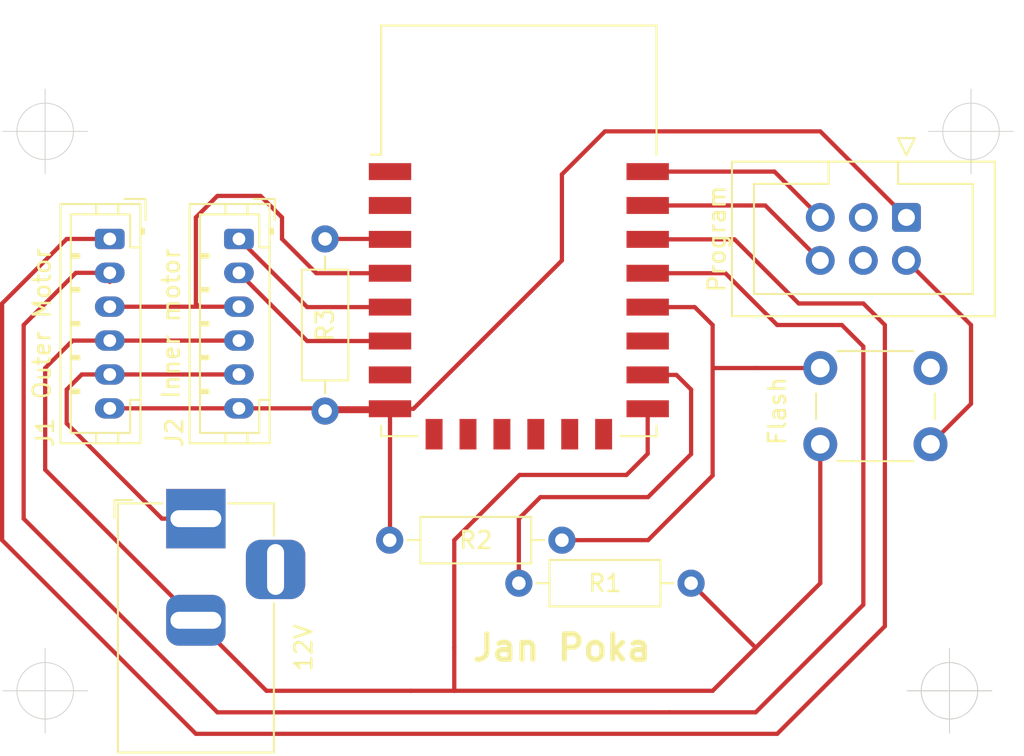
<source format=kicad_pcb>
(kicad_pcb (version 20171130) (host pcbnew "(5.1.9-0-10_14)")

  (general
    (thickness 1.6)
    (drawings 6)
    (tracks 106)
    (zones 0)
    (modules 9)
    (nets 26)
  )

  (page A4)
  (layers
    (0 F.Cu signal)
    (31 B.Cu signal)
    (32 B.Adhes user)
    (33 F.Adhes user)
    (34 B.Paste user)
    (35 F.Paste user)
    (36 B.SilkS user)
    (37 F.SilkS user)
    (38 B.Mask user)
    (39 F.Mask user)
    (40 Dwgs.User user)
    (41 Cmts.User user)
    (42 Eco1.User user)
    (43 Eco2.User user)
    (44 Edge.Cuts user)
    (45 Margin user)
    (46 B.CrtYd user)
    (47 F.CrtYd user)
    (48 B.Fab user)
    (49 F.Fab user)
  )

  (setup
    (last_trace_width 0.25)
    (trace_clearance 0.2)
    (zone_clearance 0.508)
    (zone_45_only no)
    (trace_min 0.2)
    (via_size 0.8)
    (via_drill 0.4)
    (via_min_size 0.4)
    (via_min_drill 0.3)
    (uvia_size 0.3)
    (uvia_drill 0.1)
    (uvias_allowed no)
    (uvia_min_size 0.2)
    (uvia_min_drill 0.1)
    (edge_width 0.05)
    (segment_width 0.2)
    (pcb_text_width 0.3)
    (pcb_text_size 1.5 1.5)
    (mod_edge_width 0.12)
    (mod_text_size 1 1)
    (mod_text_width 0.15)
    (pad_size 1.524 1.524)
    (pad_drill 0.762)
    (pad_to_mask_clearance 0)
    (aux_axis_origin 0 0)
    (visible_elements FFFFF77F)
    (pcbplotparams
      (layerselection 0x010fc_ffffffff)
      (usegerberextensions false)
      (usegerberattributes true)
      (usegerberadvancedattributes true)
      (creategerberjobfile true)
      (excludeedgelayer true)
      (linewidth 0.100000)
      (plotframeref false)
      (viasonmask false)
      (mode 1)
      (useauxorigin false)
      (hpglpennumber 1)
      (hpglpenspeed 20)
      (hpglpendiameter 15.000000)
      (psnegative false)
      (psa4output false)
      (plotreference true)
      (plotvalue true)
      (plotinvisibletext false)
      (padsonsilk false)
      (subtractmaskfromsilk false)
      (outputformat 1)
      (mirror false)
      (drillshape 1)
      (scaleselection 1)
      (outputdirectory ""))
  )

  (net 0 "")
  (net 1 GND)
  (net 2 "Net-(DC1-Pad1)")
  (net 3 +3V3)
  (net 4 "Net-(J1-Pad3)")
  (net 5 "Net-(J1-Pad2)")
  (net 6 "Net-(J1-Pad1)")
  (net 7 "Net-(J2-Pad2)")
  (net 8 "Net-(J2-Pad1)")
  (net 9 "Net-(J3-Pad6)")
  (net 10 "Net-(J3-Pad4)")
  (net 11 "Net-(J3-Pad5)")
  (net 12 "Net-(J3-Pad3)")
  (net 13 "Net-(R1-Pad2)")
  (net 14 "Net-(R2-Pad1)")
  (net 15 "Net-(R3-Pad1)")
  (net 16 "Net-(U1-Pad17)")
  (net 17 "Net-(U1-Pad14)")
  (net 18 "Net-(U1-Pad13)")
  (net 19 "Net-(U1-Pad12)")
  (net 20 "Net-(U1-Pad11)")
  (net 21 "Net-(U1-Pad10)")
  (net 22 "Net-(U1-Pad9)")
  (net 23 "Net-(U1-Pad7)")
  (net 24 "Net-(U1-Pad2)")
  (net 25 "Net-(U1-Pad1)")

  (net_class Default "This is the default net class."
    (clearance 0.2)
    (trace_width 0.25)
    (via_dia 0.8)
    (via_drill 0.4)
    (uvia_dia 0.3)
    (uvia_drill 0.1)
    (add_net +3V3)
    (add_net GND)
    (add_net "Net-(DC1-Pad1)")
    (add_net "Net-(J1-Pad1)")
    (add_net "Net-(J1-Pad2)")
    (add_net "Net-(J1-Pad3)")
    (add_net "Net-(J2-Pad1)")
    (add_net "Net-(J2-Pad2)")
    (add_net "Net-(J3-Pad3)")
    (add_net "Net-(J3-Pad4)")
    (add_net "Net-(J3-Pad5)")
    (add_net "Net-(J3-Pad6)")
    (add_net "Net-(R1-Pad2)")
    (add_net "Net-(R2-Pad1)")
    (add_net "Net-(R3-Pad1)")
    (add_net "Net-(U1-Pad1)")
    (add_net "Net-(U1-Pad10)")
    (add_net "Net-(U1-Pad11)")
    (add_net "Net-(U1-Pad12)")
    (add_net "Net-(U1-Pad13)")
    (add_net "Net-(U1-Pad14)")
    (add_net "Net-(U1-Pad17)")
    (add_net "Net-(U1-Pad2)")
    (add_net "Net-(U1-Pad7)")
    (add_net "Net-(U1-Pad9)")
  )

  (module Resistor_THT:R_Axial_DIN0207_L6.3mm_D2.5mm_P10.16mm_Horizontal (layer F.Cu) (tedit 5AE5139B) (tstamp 60797344)
    (at 200.66 16.51 270)
    (descr "Resistor, Axial_DIN0207 series, Axial, Horizontal, pin pitch=10.16mm, 0.25W = 1/4W, length*diameter=6.3*2.5mm^2, http://cdn-reichelt.de/documents/datenblatt/B400/1_4W%23YAG.pdf")
    (tags "Resistor Axial_DIN0207 series Axial Horizontal pin pitch 10.16mm 0.25W = 1/4W length 6.3mm diameter 2.5mm")
    (path /607E2B45)
    (fp_text reference R3 (at 5.08 0 90) (layer F.SilkS)
      (effects (font (size 1 1) (thickness 0.15)))
    )
    (fp_text value 10k (at 5.08 2.37 90) (layer F.Fab)
      (effects (font (size 1 1) (thickness 0.15)))
    )
    (fp_text user %R (at 5.08 0 90) (layer F.Fab)
      (effects (font (size 1 1) (thickness 0.15)))
    )
    (fp_line (start 1.93 -1.25) (end 1.93 1.25) (layer F.Fab) (width 0.1))
    (fp_line (start 1.93 1.25) (end 8.23 1.25) (layer F.Fab) (width 0.1))
    (fp_line (start 8.23 1.25) (end 8.23 -1.25) (layer F.Fab) (width 0.1))
    (fp_line (start 8.23 -1.25) (end 1.93 -1.25) (layer F.Fab) (width 0.1))
    (fp_line (start 0 0) (end 1.93 0) (layer F.Fab) (width 0.1))
    (fp_line (start 10.16 0) (end 8.23 0) (layer F.Fab) (width 0.1))
    (fp_line (start 1.81 -1.37) (end 1.81 1.37) (layer F.SilkS) (width 0.12))
    (fp_line (start 1.81 1.37) (end 8.35 1.37) (layer F.SilkS) (width 0.12))
    (fp_line (start 8.35 1.37) (end 8.35 -1.37) (layer F.SilkS) (width 0.12))
    (fp_line (start 8.35 -1.37) (end 1.81 -1.37) (layer F.SilkS) (width 0.12))
    (fp_line (start 1.04 0) (end 1.81 0) (layer F.SilkS) (width 0.12))
    (fp_line (start 9.12 0) (end 8.35 0) (layer F.SilkS) (width 0.12))
    (fp_line (start -1.05 -1.5) (end -1.05 1.5) (layer F.CrtYd) (width 0.05))
    (fp_line (start -1.05 1.5) (end 11.21 1.5) (layer F.CrtYd) (width 0.05))
    (fp_line (start 11.21 1.5) (end 11.21 -1.5) (layer F.CrtYd) (width 0.05))
    (fp_line (start 11.21 -1.5) (end -1.05 -1.5) (layer F.CrtYd) (width 0.05))
    (pad 2 thru_hole oval (at 10.16 0 270) (size 1.6 1.6) (drill 0.8) (layers *.Cu *.Mask)
      (net 3 +3V3))
    (pad 1 thru_hole circle (at 0 0 270) (size 1.6 1.6) (drill 0.8) (layers *.Cu *.Mask)
      (net 15 "Net-(R3-Pad1)"))
    (model ${KISYS3DMOD}/Resistor_THT.3dshapes/R_Axial_DIN0207_L6.3mm_D2.5mm_P10.16mm_Horizontal.wrl
      (at (xyz 0 0 0))
      (scale (xyz 1 1 1))
      (rotate (xyz 0 0 0))
    )
  )

  (module Connector_IDC:IDC-Header_2x03_P2.54mm_Vertical (layer F.Cu) (tedit 5EAC9A07) (tstamp 607972FF)
    (at 234.95 15.24 270)
    (descr "Through hole IDC box header, 2x03, 2.54mm pitch, DIN 41651 / IEC 60603-13, double rows, https://docs.google.com/spreadsheets/d/16SsEcesNF15N3Lb4niX7dcUr-NY5_MFPQhobNuNppn4/edit#gid=0")
    (tags "Through hole vertical IDC box header THT 2x03 2.54mm double row")
    (path /607C5FEF)
    (fp_text reference J3 (at 1.27 -6.1 90) (layer F.Fab)
      (effects (font (size 1 1) (thickness 0.15)))
    )
    (fp_text value Program (at 1.27 11.18 90) (layer F.SilkS)
      (effects (font (size 1 1) (thickness 0.15)))
    )
    (fp_text user %R (at 1.27 2.54) (layer F.Fab)
      (effects (font (size 1 1) (thickness 0.15)))
    )
    (fp_line (start -3.18 -4.1) (end -2.18 -5.1) (layer F.Fab) (width 0.1))
    (fp_line (start -2.18 -5.1) (end 5.72 -5.1) (layer F.Fab) (width 0.1))
    (fp_line (start 5.72 -5.1) (end 5.72 10.18) (layer F.Fab) (width 0.1))
    (fp_line (start 5.72 10.18) (end -3.18 10.18) (layer F.Fab) (width 0.1))
    (fp_line (start -3.18 10.18) (end -3.18 -4.1) (layer F.Fab) (width 0.1))
    (fp_line (start -3.18 0.49) (end -1.98 0.49) (layer F.Fab) (width 0.1))
    (fp_line (start -1.98 0.49) (end -1.98 -3.91) (layer F.Fab) (width 0.1))
    (fp_line (start -1.98 -3.91) (end 4.52 -3.91) (layer F.Fab) (width 0.1))
    (fp_line (start 4.52 -3.91) (end 4.52 8.99) (layer F.Fab) (width 0.1))
    (fp_line (start 4.52 8.99) (end -1.98 8.99) (layer F.Fab) (width 0.1))
    (fp_line (start -1.98 8.99) (end -1.98 4.59) (layer F.Fab) (width 0.1))
    (fp_line (start -1.98 4.59) (end -1.98 4.59) (layer F.Fab) (width 0.1))
    (fp_line (start -1.98 4.59) (end -3.18 4.59) (layer F.Fab) (width 0.1))
    (fp_line (start -3.29 -5.21) (end 5.83 -5.21) (layer F.SilkS) (width 0.12))
    (fp_line (start 5.83 -5.21) (end 5.83 10.29) (layer F.SilkS) (width 0.12))
    (fp_line (start 5.83 10.29) (end -3.29 10.29) (layer F.SilkS) (width 0.12))
    (fp_line (start -3.29 10.29) (end -3.29 -5.21) (layer F.SilkS) (width 0.12))
    (fp_line (start -3.29 0.49) (end -1.98 0.49) (layer F.SilkS) (width 0.12))
    (fp_line (start -1.98 0.49) (end -1.98 -3.91) (layer F.SilkS) (width 0.12))
    (fp_line (start -1.98 -3.91) (end 4.52 -3.91) (layer F.SilkS) (width 0.12))
    (fp_line (start 4.52 -3.91) (end 4.52 8.99) (layer F.SilkS) (width 0.12))
    (fp_line (start 4.52 8.99) (end -1.98 8.99) (layer F.SilkS) (width 0.12))
    (fp_line (start -1.98 8.99) (end -1.98 4.59) (layer F.SilkS) (width 0.12))
    (fp_line (start -1.98 4.59) (end -1.98 4.59) (layer F.SilkS) (width 0.12))
    (fp_line (start -1.98 4.59) (end -3.29 4.59) (layer F.SilkS) (width 0.12))
    (fp_line (start -3.68 0) (end -4.68 -0.5) (layer F.SilkS) (width 0.12))
    (fp_line (start -4.68 -0.5) (end -4.68 0.5) (layer F.SilkS) (width 0.12))
    (fp_line (start -4.68 0.5) (end -3.68 0) (layer F.SilkS) (width 0.12))
    (fp_line (start -3.68 -5.6) (end -3.68 10.69) (layer F.CrtYd) (width 0.05))
    (fp_line (start -3.68 10.69) (end 6.22 10.69) (layer F.CrtYd) (width 0.05))
    (fp_line (start 6.22 10.69) (end 6.22 -5.6) (layer F.CrtYd) (width 0.05))
    (fp_line (start 6.22 -5.6) (end -3.68 -5.6) (layer F.CrtYd) (width 0.05))
    (pad 6 thru_hole circle (at 2.54 5.08 270) (size 1.7 1.7) (drill 1) (layers *.Cu *.Mask)
      (net 9 "Net-(J3-Pad6)"))
    (pad 4 thru_hole circle (at 2.54 2.54 270) (size 1.7 1.7) (drill 1) (layers *.Cu *.Mask)
      (net 10 "Net-(J3-Pad4)"))
    (pad 2 thru_hole circle (at 2.54 0 270) (size 1.7 1.7) (drill 1) (layers *.Cu *.Mask)
      (net 1 GND))
    (pad 5 thru_hole circle (at 0 5.08 270) (size 1.7 1.7) (drill 1) (layers *.Cu *.Mask)
      (net 11 "Net-(J3-Pad5)"))
    (pad 3 thru_hole circle (at 0 2.54 270) (size 1.7 1.7) (drill 1) (layers *.Cu *.Mask)
      (net 12 "Net-(J3-Pad3)"))
    (pad 1 thru_hole roundrect (at 0 0 270) (size 1.7 1.7) (drill 1) (layers *.Cu *.Mask) (roundrect_rratio 0.147059)
      (net 3 +3V3))
    (model ${KISYS3DMOD}/Connector_IDC.3dshapes/IDC-Header_2x03_P2.54mm_Vertical.wrl
      (at (xyz 0 0 0))
      (scale (xyz 1 1 1))
      (rotate (xyz 0 0 0))
    )
  )

  (module Connector_JST:JST_PH_B6B-PH-K_1x06_P2.00mm_Vertical (layer F.Cu) (tedit 5B7745C2) (tstamp 6079852B)
    (at 195.58 16.51 270)
    (descr "JST PH series connector, B6B-PH-K (http://www.jst-mfg.com/product/pdf/eng/ePH.pdf), generated with kicad-footprint-generator")
    (tags "connector JST PH side entry")
    (path /6078D4A5)
    (fp_text reference J2 (at 11.43 3.81 90) (layer F.SilkS)
      (effects (font (size 1 1) (thickness 0.15)))
    )
    (fp_text value "Inner motor" (at 5 4 90) (layer F.SilkS)
      (effects (font (size 1 1) (thickness 0.15)))
    )
    (fp_text user %R (at 11.43 3.81 90) (layer F.Fab)
      (effects (font (size 1 1) (thickness 0.15)))
    )
    (fp_line (start -2.06 -1.81) (end -2.06 2.91) (layer F.SilkS) (width 0.12))
    (fp_line (start -2.06 2.91) (end 12.06 2.91) (layer F.SilkS) (width 0.12))
    (fp_line (start 12.06 2.91) (end 12.06 -1.81) (layer F.SilkS) (width 0.12))
    (fp_line (start 12.06 -1.81) (end -2.06 -1.81) (layer F.SilkS) (width 0.12))
    (fp_line (start -0.3 -1.81) (end -0.3 -2.01) (layer F.SilkS) (width 0.12))
    (fp_line (start -0.3 -2.01) (end -0.6 -2.01) (layer F.SilkS) (width 0.12))
    (fp_line (start -0.6 -2.01) (end -0.6 -1.81) (layer F.SilkS) (width 0.12))
    (fp_line (start -0.3 -1.91) (end -0.6 -1.91) (layer F.SilkS) (width 0.12))
    (fp_line (start 0.5 -1.81) (end 0.5 -1.2) (layer F.SilkS) (width 0.12))
    (fp_line (start 0.5 -1.2) (end -1.45 -1.2) (layer F.SilkS) (width 0.12))
    (fp_line (start -1.45 -1.2) (end -1.45 2.3) (layer F.SilkS) (width 0.12))
    (fp_line (start -1.45 2.3) (end 11.45 2.3) (layer F.SilkS) (width 0.12))
    (fp_line (start 11.45 2.3) (end 11.45 -1.2) (layer F.SilkS) (width 0.12))
    (fp_line (start 11.45 -1.2) (end 9.5 -1.2) (layer F.SilkS) (width 0.12))
    (fp_line (start 9.5 -1.2) (end 9.5 -1.81) (layer F.SilkS) (width 0.12))
    (fp_line (start -2.06 -0.5) (end -1.45 -0.5) (layer F.SilkS) (width 0.12))
    (fp_line (start -2.06 0.8) (end -1.45 0.8) (layer F.SilkS) (width 0.12))
    (fp_line (start 12.06 -0.5) (end 11.45 -0.5) (layer F.SilkS) (width 0.12))
    (fp_line (start 12.06 0.8) (end 11.45 0.8) (layer F.SilkS) (width 0.12))
    (fp_line (start 0.9 2.3) (end 0.9 1.8) (layer F.SilkS) (width 0.12))
    (fp_line (start 0.9 1.8) (end 1.1 1.8) (layer F.SilkS) (width 0.12))
    (fp_line (start 1.1 1.8) (end 1.1 2.3) (layer F.SilkS) (width 0.12))
    (fp_line (start 1 2.3) (end 1 1.8) (layer F.SilkS) (width 0.12))
    (fp_line (start 2.9 2.3) (end 2.9 1.8) (layer F.SilkS) (width 0.12))
    (fp_line (start 2.9 1.8) (end 3.1 1.8) (layer F.SilkS) (width 0.12))
    (fp_line (start 3.1 1.8) (end 3.1 2.3) (layer F.SilkS) (width 0.12))
    (fp_line (start 3 2.3) (end 3 1.8) (layer F.SilkS) (width 0.12))
    (fp_line (start 4.9 2.3) (end 4.9 1.8) (layer F.SilkS) (width 0.12))
    (fp_line (start 4.9 1.8) (end 5.1 1.8) (layer F.SilkS) (width 0.12))
    (fp_line (start 5.1 1.8) (end 5.1 2.3) (layer F.SilkS) (width 0.12))
    (fp_line (start 5 2.3) (end 5 1.8) (layer F.SilkS) (width 0.12))
    (fp_line (start 6.9 2.3) (end 6.9 1.8) (layer F.SilkS) (width 0.12))
    (fp_line (start 6.9 1.8) (end 7.1 1.8) (layer F.SilkS) (width 0.12))
    (fp_line (start 7.1 1.8) (end 7.1 2.3) (layer F.SilkS) (width 0.12))
    (fp_line (start 7 2.3) (end 7 1.8) (layer F.SilkS) (width 0.12))
    (fp_line (start 8.9 2.3) (end 8.9 1.8) (layer F.SilkS) (width 0.12))
    (fp_line (start 8.9 1.8) (end 9.1 1.8) (layer F.SilkS) (width 0.12))
    (fp_line (start 9.1 1.8) (end 9.1 2.3) (layer F.SilkS) (width 0.12))
    (fp_line (start 9 2.3) (end 9 1.8) (layer F.SilkS) (width 0.12))
    (fp_line (start -1.11 -2.11) (end -2.36 -2.11) (layer F.SilkS) (width 0.12))
    (fp_line (start -2.36 -2.11) (end -2.36 -0.86) (layer F.SilkS) (width 0.12))
    (fp_line (start -1.11 -2.11) (end -2.36 -2.11) (layer F.Fab) (width 0.1))
    (fp_line (start -2.36 -2.11) (end -2.36 -0.86) (layer F.Fab) (width 0.1))
    (fp_line (start -1.95 -1.7) (end -1.95 2.8) (layer F.Fab) (width 0.1))
    (fp_line (start -1.95 2.8) (end 11.95 2.8) (layer F.Fab) (width 0.1))
    (fp_line (start 11.95 2.8) (end 11.95 -1.7) (layer F.Fab) (width 0.1))
    (fp_line (start 11.95 -1.7) (end -1.95 -1.7) (layer F.Fab) (width 0.1))
    (fp_line (start -2.45 -2.2) (end -2.45 3.3) (layer F.CrtYd) (width 0.05))
    (fp_line (start -2.45 3.3) (end 12.45 3.3) (layer F.CrtYd) (width 0.05))
    (fp_line (start 12.45 3.3) (end 12.45 -2.2) (layer F.CrtYd) (width 0.05))
    (fp_line (start 12.45 -2.2) (end -2.45 -2.2) (layer F.CrtYd) (width 0.05))
    (pad 6 thru_hole oval (at 10 0 270) (size 1.2 1.75) (drill 0.75) (layers *.Cu *.Mask)
      (net 3 +3V3))
    (pad 5 thru_hole oval (at 8 0 270) (size 1.2 1.75) (drill 0.75) (layers *.Cu *.Mask)
      (net 2 "Net-(DC1-Pad1)"))
    (pad 4 thru_hole oval (at 6 0 270) (size 1.2 1.75) (drill 0.75) (layers *.Cu *.Mask)
      (net 1 GND))
    (pad 3 thru_hole oval (at 4 0 270) (size 1.2 1.75) (drill 0.75) (layers *.Cu *.Mask)
      (net 4 "Net-(J1-Pad3)"))
    (pad 2 thru_hole oval (at 2 0 270) (size 1.2 1.75) (drill 0.75) (layers *.Cu *.Mask)
      (net 7 "Net-(J2-Pad2)"))
    (pad 1 thru_hole roundrect (at 0 0 270) (size 1.2 1.75) (drill 0.75) (layers *.Cu *.Mask) (roundrect_rratio 0.208333)
      (net 8 "Net-(J2-Pad1)"))
    (model ${KISYS3DMOD}/Connector_JST.3dshapes/JST_PH_B6B-PH-K_1x06_P2.00mm_Vertical.wrl
      (at (xyz 0 0 0))
      (scale (xyz 1 1 1))
      (rotate (xyz 0 0 0))
    )
  )

  (module Connector_JST:JST_PH_B6B-PH-K_1x06_P2.00mm_Vertical (layer F.Cu) (tedit 5B7745C2) (tstamp 607984ED)
    (at 187.96 16.51 270)
    (descr "JST PH series connector, B6B-PH-K (http://www.jst-mfg.com/product/pdf/eng/ePH.pdf), generated with kicad-footprint-generator")
    (tags "connector JST PH side entry")
    (path /6078C1DC)
    (fp_text reference J1 (at 11.43 3.81 90) (layer F.SilkS)
      (effects (font (size 1 1) (thickness 0.15)))
    )
    (fp_text value "Outer Motor" (at 5 4 90) (layer F.SilkS)
      (effects (font (size 1 1) (thickness 0.15)))
    )
    (fp_text user %R (at 11.43 3.81 90) (layer F.Fab)
      (effects (font (size 1 1) (thickness 0.15)))
    )
    (fp_line (start -2.06 -1.81) (end -2.06 2.91) (layer F.SilkS) (width 0.12))
    (fp_line (start -2.06 2.91) (end 12.06 2.91) (layer F.SilkS) (width 0.12))
    (fp_line (start 12.06 2.91) (end 12.06 -1.81) (layer F.SilkS) (width 0.12))
    (fp_line (start 12.06 -1.81) (end -2.06 -1.81) (layer F.SilkS) (width 0.12))
    (fp_line (start -0.3 -1.81) (end -0.3 -2.01) (layer F.SilkS) (width 0.12))
    (fp_line (start -0.3 -2.01) (end -0.6 -2.01) (layer F.SilkS) (width 0.12))
    (fp_line (start -0.6 -2.01) (end -0.6 -1.81) (layer F.SilkS) (width 0.12))
    (fp_line (start -0.3 -1.91) (end -0.6 -1.91) (layer F.SilkS) (width 0.12))
    (fp_line (start 0.5 -1.81) (end 0.5 -1.2) (layer F.SilkS) (width 0.12))
    (fp_line (start 0.5 -1.2) (end -1.45 -1.2) (layer F.SilkS) (width 0.12))
    (fp_line (start -1.45 -1.2) (end -1.45 2.3) (layer F.SilkS) (width 0.12))
    (fp_line (start -1.45 2.3) (end 11.45 2.3) (layer F.SilkS) (width 0.12))
    (fp_line (start 11.45 2.3) (end 11.45 -1.2) (layer F.SilkS) (width 0.12))
    (fp_line (start 11.45 -1.2) (end 9.5 -1.2) (layer F.SilkS) (width 0.12))
    (fp_line (start 9.5 -1.2) (end 9.5 -1.81) (layer F.SilkS) (width 0.12))
    (fp_line (start -2.06 -0.5) (end -1.45 -0.5) (layer F.SilkS) (width 0.12))
    (fp_line (start -2.06 0.8) (end -1.45 0.8) (layer F.SilkS) (width 0.12))
    (fp_line (start 12.06 -0.5) (end 11.45 -0.5) (layer F.SilkS) (width 0.12))
    (fp_line (start 12.06 0.8) (end 11.45 0.8) (layer F.SilkS) (width 0.12))
    (fp_line (start 0.9 2.3) (end 0.9 1.8) (layer F.SilkS) (width 0.12))
    (fp_line (start 0.9 1.8) (end 1.1 1.8) (layer F.SilkS) (width 0.12))
    (fp_line (start 1.1 1.8) (end 1.1 2.3) (layer F.SilkS) (width 0.12))
    (fp_line (start 1 2.3) (end 1 1.8) (layer F.SilkS) (width 0.12))
    (fp_line (start 2.9 2.3) (end 2.9 1.8) (layer F.SilkS) (width 0.12))
    (fp_line (start 2.9 1.8) (end 3.1 1.8) (layer F.SilkS) (width 0.12))
    (fp_line (start 3.1 1.8) (end 3.1 2.3) (layer F.SilkS) (width 0.12))
    (fp_line (start 3 2.3) (end 3 1.8) (layer F.SilkS) (width 0.12))
    (fp_line (start 4.9 2.3) (end 4.9 1.8) (layer F.SilkS) (width 0.12))
    (fp_line (start 4.9 1.8) (end 5.1 1.8) (layer F.SilkS) (width 0.12))
    (fp_line (start 5.1 1.8) (end 5.1 2.3) (layer F.SilkS) (width 0.12))
    (fp_line (start 5 2.3) (end 5 1.8) (layer F.SilkS) (width 0.12))
    (fp_line (start 6.9 2.3) (end 6.9 1.8) (layer F.SilkS) (width 0.12))
    (fp_line (start 6.9 1.8) (end 7.1 1.8) (layer F.SilkS) (width 0.12))
    (fp_line (start 7.1 1.8) (end 7.1 2.3) (layer F.SilkS) (width 0.12))
    (fp_line (start 7 2.3) (end 7 1.8) (layer F.SilkS) (width 0.12))
    (fp_line (start 8.9 2.3) (end 8.9 1.8) (layer F.SilkS) (width 0.12))
    (fp_line (start 8.9 1.8) (end 9.1 1.8) (layer F.SilkS) (width 0.12))
    (fp_line (start 9.1 1.8) (end 9.1 2.3) (layer F.SilkS) (width 0.12))
    (fp_line (start 9 2.3) (end 9 1.8) (layer F.SilkS) (width 0.12))
    (fp_line (start -1.11 -2.11) (end -2.36 -2.11) (layer F.SilkS) (width 0.12))
    (fp_line (start -2.36 -2.11) (end -2.36 -0.86) (layer F.SilkS) (width 0.12))
    (fp_line (start -1.11 -2.11) (end -2.36 -2.11) (layer F.Fab) (width 0.1))
    (fp_line (start -2.36 -2.11) (end -2.36 -0.86) (layer F.Fab) (width 0.1))
    (fp_line (start -1.95 -1.7) (end -1.95 2.8) (layer F.Fab) (width 0.1))
    (fp_line (start -1.95 2.8) (end 11.95 2.8) (layer F.Fab) (width 0.1))
    (fp_line (start 11.95 2.8) (end 11.95 -1.7) (layer F.Fab) (width 0.1))
    (fp_line (start 11.95 -1.7) (end -1.95 -1.7) (layer F.Fab) (width 0.1))
    (fp_line (start -2.45 -2.2) (end -2.45 3.3) (layer F.CrtYd) (width 0.05))
    (fp_line (start -2.45 3.3) (end 12.45 3.3) (layer F.CrtYd) (width 0.05))
    (fp_line (start 12.45 3.3) (end 12.45 -2.2) (layer F.CrtYd) (width 0.05))
    (fp_line (start 12.45 -2.2) (end -2.45 -2.2) (layer F.CrtYd) (width 0.05))
    (pad 6 thru_hole oval (at 10 0 270) (size 1.2 1.75) (drill 0.75) (layers *.Cu *.Mask)
      (net 3 +3V3))
    (pad 5 thru_hole oval (at 8 0 270) (size 1.2 1.75) (drill 0.75) (layers *.Cu *.Mask)
      (net 2 "Net-(DC1-Pad1)"))
    (pad 4 thru_hole oval (at 6 0 270) (size 1.2 1.75) (drill 0.75) (layers *.Cu *.Mask)
      (net 1 GND))
    (pad 3 thru_hole oval (at 4 0 270) (size 1.2 1.75) (drill 0.75) (layers *.Cu *.Mask)
      (net 4 "Net-(J1-Pad3)"))
    (pad 2 thru_hole oval (at 2 0 270) (size 1.2 1.75) (drill 0.75) (layers *.Cu *.Mask)
      (net 5 "Net-(J1-Pad2)"))
    (pad 1 thru_hole roundrect (at 0 0 270) (size 1.2 1.75) (drill 0.75) (layers *.Cu *.Mask) (roundrect_rratio 0.208333)
      (net 6 "Net-(J1-Pad1)"))
    (model ${KISYS3DMOD}/Connector_JST.3dshapes/JST_PH_B6B-PH-K_1x06_P2.00mm_Vertical.wrl
      (at (xyz 0 0 0))
      (scale (xyz 1 1 1))
      (rotate (xyz 0 0 0))
    )
  )

  (module RF_Module:ESP-12E (layer F.Cu) (tedit 5A030172) (tstamp 6079739E)
    (at 212.09 16.035001)
    (descr "Wi-Fi Module, http://wiki.ai-thinker.com/_media/esp8266/docs/aithinker_esp_12f_datasheet_en.pdf")
    (tags "Wi-Fi Module")
    (path /6078A808)
    (attr smd)
    (fp_text reference U1 (at -3.81 -2.065001) (layer F.Fab)
      (effects (font (size 1 1) (thickness 0.15)))
    )
    (fp_text value ESP-12E (at -0.06 -12.78) (layer F.Fab)
      (effects (font (size 1 1) (thickness 0.15)))
    )
    (fp_text user "KEEP-OUT ZONE" (at 0.03 -9.55 180) (layer Cmts.User)
      (effects (font (size 1 1) (thickness 0.15)))
    )
    (fp_text user Antenna (at -0.06 -7 180) (layer Cmts.User)
      (effects (font (size 1 1) (thickness 0.15)))
    )
    (fp_line (start -8 -12) (end 8 -12) (layer F.Fab) (width 0.12))
    (fp_line (start 8 -12) (end 8 12) (layer F.Fab) (width 0.12))
    (fp_line (start 8 12) (end -8 12) (layer F.Fab) (width 0.12))
    (fp_line (start -8 12) (end -8 -3) (layer F.Fab) (width 0.12))
    (fp_line (start -8 -3) (end -7.5 -3.5) (layer F.Fab) (width 0.12))
    (fp_line (start -7.5 -3.5) (end -8 -4) (layer F.Fab) (width 0.12))
    (fp_line (start -8 -4) (end -8 -12) (layer F.Fab) (width 0.12))
    (fp_line (start -9.05 -12.2) (end 9.05 -12.2) (layer F.CrtYd) (width 0.05))
    (fp_line (start 9.05 -12.2) (end 9.05 13.1) (layer F.CrtYd) (width 0.05))
    (fp_line (start 9.05 13.1) (end -9.05 13.1) (layer F.CrtYd) (width 0.05))
    (fp_line (start -9.05 13.1) (end -9.05 -12.2) (layer F.CrtYd) (width 0.05))
    (fp_line (start -8.12 -12.12) (end 8.12 -12.12) (layer F.SilkS) (width 0.12))
    (fp_line (start 8.12 -12.12) (end 8.12 -4.5) (layer F.SilkS) (width 0.12))
    (fp_line (start 8.12 11.5) (end 8.12 12.12) (layer F.SilkS) (width 0.12))
    (fp_line (start 8.12 12.12) (end 6 12.12) (layer F.SilkS) (width 0.12))
    (fp_line (start -6 12.12) (end -8.12 12.12) (layer F.SilkS) (width 0.12))
    (fp_line (start -8.12 12.12) (end -8.12 11.5) (layer F.SilkS) (width 0.12))
    (fp_line (start -8.12 -4.5) (end -8.12 -12.12) (layer F.SilkS) (width 0.12))
    (fp_line (start -8.12 -4.5) (end -8.73 -4.5) (layer F.SilkS) (width 0.12))
    (fp_line (start -8.12 -12.12) (end 8.12 -12.12) (layer Dwgs.User) (width 0.12))
    (fp_line (start 8.12 -12.12) (end 8.12 -4.8) (layer Dwgs.User) (width 0.12))
    (fp_line (start 8.12 -4.8) (end -8.12 -4.8) (layer Dwgs.User) (width 0.12))
    (fp_line (start -8.12 -4.8) (end -8.12 -12.12) (layer Dwgs.User) (width 0.12))
    (fp_line (start -8.12 -9.12) (end -5.12 -12.12) (layer Dwgs.User) (width 0.12))
    (fp_line (start -8.12 -6.12) (end -2.12 -12.12) (layer Dwgs.User) (width 0.12))
    (fp_line (start -6.44 -4.8) (end 0.88 -12.12) (layer Dwgs.User) (width 0.12))
    (fp_line (start -3.44 -4.8) (end 3.88 -12.12) (layer Dwgs.User) (width 0.12))
    (fp_line (start -0.44 -4.8) (end 6.88 -12.12) (layer Dwgs.User) (width 0.12))
    (fp_line (start 2.56 -4.8) (end 8.12 -10.36) (layer Dwgs.User) (width 0.12))
    (fp_line (start 5.56 -4.8) (end 8.12 -7.36) (layer Dwgs.User) (width 0.12))
    (pad 22 smd rect (at 7.6 -3.5) (size 2.5 1) (layers F.Cu F.Paste F.Mask)
      (net 11 "Net-(J3-Pad5)"))
    (pad 21 smd rect (at 7.6 -1.5) (size 2.5 1) (layers F.Cu F.Paste F.Mask)
      (net 9 "Net-(J3-Pad6)"))
    (pad 20 smd rect (at 7.6 0.5) (size 2.5 1) (layers F.Cu F.Paste F.Mask)
      (net 6 "Net-(J1-Pad1)"))
    (pad 19 smd rect (at 7.6 2.5) (size 2.5 1) (layers F.Cu F.Paste F.Mask)
      (net 5 "Net-(J1-Pad2)"))
    (pad 18 smd rect (at 7.6 4.5) (size 2.5 1) (layers F.Cu F.Paste F.Mask)
      (net 14 "Net-(R2-Pad1)"))
    (pad 17 smd rect (at 7.6 6.5) (size 2.5 1) (layers F.Cu F.Paste F.Mask)
      (net 16 "Net-(U1-Pad17)"))
    (pad 16 smd rect (at 7.6 8.5) (size 2.5 1) (layers F.Cu F.Paste F.Mask)
      (net 13 "Net-(R1-Pad2)"))
    (pad 15 smd rect (at 7.6 10.5) (size 2.5 1) (layers F.Cu F.Paste F.Mask)
      (net 1 GND))
    (pad 14 smd rect (at 5 12) (size 1 1.8) (layers F.Cu F.Paste F.Mask)
      (net 17 "Net-(U1-Pad14)"))
    (pad 13 smd rect (at 3 12) (size 1 1.8) (layers F.Cu F.Paste F.Mask)
      (net 18 "Net-(U1-Pad13)"))
    (pad 12 smd rect (at 1 12) (size 1 1.8) (layers F.Cu F.Paste F.Mask)
      (net 19 "Net-(U1-Pad12)"))
    (pad 11 smd rect (at -1 12) (size 1 1.8) (layers F.Cu F.Paste F.Mask)
      (net 20 "Net-(U1-Pad11)"))
    (pad 10 smd rect (at -3 12) (size 1 1.8) (layers F.Cu F.Paste F.Mask)
      (net 21 "Net-(U1-Pad10)"))
    (pad 9 smd rect (at -5 12) (size 1 1.8) (layers F.Cu F.Paste F.Mask)
      (net 22 "Net-(U1-Pad9)"))
    (pad 8 smd rect (at -7.6 10.5) (size 2.5 1) (layers F.Cu F.Paste F.Mask)
      (net 3 +3V3))
    (pad 7 smd rect (at -7.6 8.5) (size 2.5 1) (layers F.Cu F.Paste F.Mask)
      (net 23 "Net-(U1-Pad7)"))
    (pad 6 smd rect (at -7.6 6.5) (size 2.5 1) (layers F.Cu F.Paste F.Mask)
      (net 7 "Net-(J2-Pad2)"))
    (pad 5 smd rect (at -7.6 4.5) (size 2.5 1) (layers F.Cu F.Paste F.Mask)
      (net 8 "Net-(J2-Pad1)"))
    (pad 4 smd rect (at -7.6 2.5) (size 2.5 1) (layers F.Cu F.Paste F.Mask)
      (net 4 "Net-(J1-Pad3)"))
    (pad 3 smd rect (at -7.6 0.5) (size 2.5 1) (layers F.Cu F.Paste F.Mask)
      (net 15 "Net-(R3-Pad1)"))
    (pad 2 smd rect (at -7.6 -1.5) (size 2.5 1) (layers F.Cu F.Paste F.Mask)
      (net 24 "Net-(U1-Pad2)"))
    (pad 1 smd rect (at -7.6 -3.5) (size 2.5 1) (layers F.Cu F.Paste F.Mask)
      (net 25 "Net-(U1-Pad1)"))
    (model ${KISYS3DMOD}/RF_Module.3dshapes/ESP-12E.wrl
      (at (xyz 0 0 0))
      (scale (xyz 1 1 1))
      (rotate (xyz 0 0 0))
    )
  )

  (module Button_Switch_THT:SW_PUSH_6mm_H4.3mm (layer F.Cu) (tedit 5A02FE31) (tstamp 60797363)
    (at 229.87 24.13)
    (descr "tactile push button, 6x6mm e.g. PHAP33xx series, height=4.3mm")
    (tags "tact sw push 6mm")
    (path /60872A08)
    (fp_text reference SW (at 3.25 2.25) (layer F.Fab)
      (effects (font (size 1 1) (thickness 0.15)))
    )
    (fp_text value Flash (at -2.54 2.54 90) (layer F.SilkS)
      (effects (font (size 1 1) (thickness 0.15)))
    )
    (fp_text user %R (at 3.25 2.25) (layer F.Fab)
      (effects (font (size 1 1) (thickness 0.15)))
    )
    (fp_line (start 3.25 -0.75) (end 6.25 -0.75) (layer F.Fab) (width 0.1))
    (fp_line (start 6.25 -0.75) (end 6.25 5.25) (layer F.Fab) (width 0.1))
    (fp_line (start 6.25 5.25) (end 0.25 5.25) (layer F.Fab) (width 0.1))
    (fp_line (start 0.25 5.25) (end 0.25 -0.75) (layer F.Fab) (width 0.1))
    (fp_line (start 0.25 -0.75) (end 3.25 -0.75) (layer F.Fab) (width 0.1))
    (fp_line (start 7.75 6) (end 8 6) (layer F.CrtYd) (width 0.05))
    (fp_line (start 8 6) (end 8 5.75) (layer F.CrtYd) (width 0.05))
    (fp_line (start 7.75 -1.5) (end 8 -1.5) (layer F.CrtYd) (width 0.05))
    (fp_line (start 8 -1.5) (end 8 -1.25) (layer F.CrtYd) (width 0.05))
    (fp_line (start -1.5 -1.25) (end -1.5 -1.5) (layer F.CrtYd) (width 0.05))
    (fp_line (start -1.5 -1.5) (end -1.25 -1.5) (layer F.CrtYd) (width 0.05))
    (fp_line (start -1.5 5.75) (end -1.5 6) (layer F.CrtYd) (width 0.05))
    (fp_line (start -1.5 6) (end -1.25 6) (layer F.CrtYd) (width 0.05))
    (fp_line (start -1.25 -1.5) (end 7.75 -1.5) (layer F.CrtYd) (width 0.05))
    (fp_line (start -1.5 5.75) (end -1.5 -1.25) (layer F.CrtYd) (width 0.05))
    (fp_line (start 7.75 6) (end -1.25 6) (layer F.CrtYd) (width 0.05))
    (fp_line (start 8 -1.25) (end 8 5.75) (layer F.CrtYd) (width 0.05))
    (fp_line (start 1 5.5) (end 5.5 5.5) (layer F.SilkS) (width 0.12))
    (fp_line (start -0.25 1.5) (end -0.25 3) (layer F.SilkS) (width 0.12))
    (fp_line (start 5.5 -1) (end 1 -1) (layer F.SilkS) (width 0.12))
    (fp_line (start 6.75 3) (end 6.75 1.5) (layer F.SilkS) (width 0.12))
    (fp_circle (center 3.25 2.25) (end 1.25 2.5) (layer F.Fab) (width 0.1))
    (pad 1 thru_hole circle (at 6.5 0 90) (size 2 2) (drill 1.1) (layers *.Cu *.Mask)
      (net 14 "Net-(R2-Pad1)"))
    (pad 2 thru_hole circle (at 6.5 4.5 90) (size 2 2) (drill 1.1) (layers *.Cu *.Mask)
      (net 1 GND))
    (pad 1 thru_hole circle (at 0 0 90) (size 2 2) (drill 1.1) (layers *.Cu *.Mask)
      (net 14 "Net-(R2-Pad1)"))
    (pad 2 thru_hole circle (at 0 4.5 90) (size 2 2) (drill 1.1) (layers *.Cu *.Mask)
      (net 1 GND))
    (model ${KISYS3DMOD}/Button_Switch_THT.3dshapes/SW_PUSH_6mm_H4.3mm.wrl
      (at (xyz 0 0 0))
      (scale (xyz 1 1 1))
      (rotate (xyz 0 0 0))
    )
  )

  (module Resistor_THT:R_Axial_DIN0207_L6.3mm_D2.5mm_P10.16mm_Horizontal (layer F.Cu) (tedit 5AE5139B) (tstamp 6079732D)
    (at 214.63 34.29 180)
    (descr "Resistor, Axial_DIN0207 series, Axial, Horizontal, pin pitch=10.16mm, 0.25W = 1/4W, length*diameter=6.3*2.5mm^2, http://cdn-reichelt.de/documents/datenblatt/B400/1_4W%23YAG.pdf")
    (tags "Resistor Axial_DIN0207 series Axial Horizontal pin pitch 10.16mm 0.25W = 1/4W length 6.3mm diameter 2.5mm")
    (path /607D22FA)
    (fp_text reference R2 (at 5.08 0) (layer F.SilkS)
      (effects (font (size 1 1) (thickness 0.15)))
    )
    (fp_text value 10k (at 5.08 2.37) (layer F.Fab)
      (effects (font (size 1 1) (thickness 0.15)))
    )
    (fp_text user %R (at 5.08 0) (layer F.Fab)
      (effects (font (size 1 1) (thickness 0.15)))
    )
    (fp_line (start 1.93 -1.25) (end 1.93 1.25) (layer F.Fab) (width 0.1))
    (fp_line (start 1.93 1.25) (end 8.23 1.25) (layer F.Fab) (width 0.1))
    (fp_line (start 8.23 1.25) (end 8.23 -1.25) (layer F.Fab) (width 0.1))
    (fp_line (start 8.23 -1.25) (end 1.93 -1.25) (layer F.Fab) (width 0.1))
    (fp_line (start 0 0) (end 1.93 0) (layer F.Fab) (width 0.1))
    (fp_line (start 10.16 0) (end 8.23 0) (layer F.Fab) (width 0.1))
    (fp_line (start 1.81 -1.37) (end 1.81 1.37) (layer F.SilkS) (width 0.12))
    (fp_line (start 1.81 1.37) (end 8.35 1.37) (layer F.SilkS) (width 0.12))
    (fp_line (start 8.35 1.37) (end 8.35 -1.37) (layer F.SilkS) (width 0.12))
    (fp_line (start 8.35 -1.37) (end 1.81 -1.37) (layer F.SilkS) (width 0.12))
    (fp_line (start 1.04 0) (end 1.81 0) (layer F.SilkS) (width 0.12))
    (fp_line (start 9.12 0) (end 8.35 0) (layer F.SilkS) (width 0.12))
    (fp_line (start -1.05 -1.5) (end -1.05 1.5) (layer F.CrtYd) (width 0.05))
    (fp_line (start -1.05 1.5) (end 11.21 1.5) (layer F.CrtYd) (width 0.05))
    (fp_line (start 11.21 1.5) (end 11.21 -1.5) (layer F.CrtYd) (width 0.05))
    (fp_line (start 11.21 -1.5) (end -1.05 -1.5) (layer F.CrtYd) (width 0.05))
    (pad 2 thru_hole oval (at 10.16 0 180) (size 1.6 1.6) (drill 0.8) (layers *.Cu *.Mask)
      (net 3 +3V3))
    (pad 1 thru_hole circle (at 0 0 180) (size 1.6 1.6) (drill 0.8) (layers *.Cu *.Mask)
      (net 14 "Net-(R2-Pad1)"))
    (model ${KISYS3DMOD}/Resistor_THT.3dshapes/R_Axial_DIN0207_L6.3mm_D2.5mm_P10.16mm_Horizontal.wrl
      (at (xyz 0 0 0))
      (scale (xyz 1 1 1))
      (rotate (xyz 0 0 0))
    )
  )

  (module Resistor_THT:R_Axial_DIN0207_L6.3mm_D2.5mm_P10.16mm_Horizontal (layer F.Cu) (tedit 5AE5139B) (tstamp 60797316)
    (at 222.25 36.83 180)
    (descr "Resistor, Axial_DIN0207 series, Axial, Horizontal, pin pitch=10.16mm, 0.25W = 1/4W, length*diameter=6.3*2.5mm^2, http://cdn-reichelt.de/documents/datenblatt/B400/1_4W%23YAG.pdf")
    (tags "Resistor Axial_DIN0207 series Axial Horizontal pin pitch 10.16mm 0.25W = 1/4W length 6.3mm diameter 2.5mm")
    (path /607E5A47)
    (fp_text reference R1 (at 5.08 0) (layer F.SilkS)
      (effects (font (size 1 1) (thickness 0.15)))
    )
    (fp_text value 10k (at 5.08 2.37) (layer F.Fab)
      (effects (font (size 1 1) (thickness 0.15)))
    )
    (fp_text user %R (at 5.08 0) (layer F.Fab)
      (effects (font (size 1 1) (thickness 0.15)))
    )
    (fp_line (start 1.93 -1.25) (end 1.93 1.25) (layer F.Fab) (width 0.1))
    (fp_line (start 1.93 1.25) (end 8.23 1.25) (layer F.Fab) (width 0.1))
    (fp_line (start 8.23 1.25) (end 8.23 -1.25) (layer F.Fab) (width 0.1))
    (fp_line (start 8.23 -1.25) (end 1.93 -1.25) (layer F.Fab) (width 0.1))
    (fp_line (start 0 0) (end 1.93 0) (layer F.Fab) (width 0.1))
    (fp_line (start 10.16 0) (end 8.23 0) (layer F.Fab) (width 0.1))
    (fp_line (start 1.81 -1.37) (end 1.81 1.37) (layer F.SilkS) (width 0.12))
    (fp_line (start 1.81 1.37) (end 8.35 1.37) (layer F.SilkS) (width 0.12))
    (fp_line (start 8.35 1.37) (end 8.35 -1.37) (layer F.SilkS) (width 0.12))
    (fp_line (start 8.35 -1.37) (end 1.81 -1.37) (layer F.SilkS) (width 0.12))
    (fp_line (start 1.04 0) (end 1.81 0) (layer F.SilkS) (width 0.12))
    (fp_line (start 9.12 0) (end 8.35 0) (layer F.SilkS) (width 0.12))
    (fp_line (start -1.05 -1.5) (end -1.05 1.5) (layer F.CrtYd) (width 0.05))
    (fp_line (start -1.05 1.5) (end 11.21 1.5) (layer F.CrtYd) (width 0.05))
    (fp_line (start 11.21 1.5) (end 11.21 -1.5) (layer F.CrtYd) (width 0.05))
    (fp_line (start 11.21 -1.5) (end -1.05 -1.5) (layer F.CrtYd) (width 0.05))
    (pad 2 thru_hole oval (at 10.16 0 180) (size 1.6 1.6) (drill 0.8) (layers *.Cu *.Mask)
      (net 13 "Net-(R1-Pad2)"))
    (pad 1 thru_hole circle (at 0 0 180) (size 1.6 1.6) (drill 0.8) (layers *.Cu *.Mask)
      (net 1 GND))
    (model ${KISYS3DMOD}/Resistor_THT.3dshapes/R_Axial_DIN0207_L6.3mm_D2.5mm_P10.16mm_Horizontal.wrl
      (at (xyz 0 0 0))
      (scale (xyz 1 1 1))
      (rotate (xyz 0 0 0))
    )
  )

  (module Connector_BarrelJack:BarrelJack_Horizontal (layer F.Cu) (tedit 5A1DBF6A) (tstamp 6079726E)
    (at 193.04 33.02 90)
    (descr "DC Barrel Jack")
    (tags "Power Jack")
    (path /608877F7)
    (fp_text reference DC (at -6.35 3.81 90) (layer F.Fab)
      (effects (font (size 1 1) (thickness 0.15)))
    )
    (fp_text value 12V (at -7.62 6.35 270) (layer F.SilkS)
      (effects (font (size 1 1) (thickness 0.15)))
    )
    (fp_line (start -0.003213 -4.505425) (end 0.8 -3.75) (layer F.Fab) (width 0.1))
    (fp_line (start 1.1 -3.75) (end 1.1 -4.8) (layer F.SilkS) (width 0.12))
    (fp_line (start 0.05 -4.8) (end 1.1 -4.8) (layer F.SilkS) (width 0.12))
    (fp_line (start 1 -4.5) (end 1 -4.75) (layer F.CrtYd) (width 0.05))
    (fp_line (start 1 -4.75) (end -14 -4.75) (layer F.CrtYd) (width 0.05))
    (fp_line (start 1 -4.5) (end 1 -2) (layer F.CrtYd) (width 0.05))
    (fp_line (start 1 -2) (end 2 -2) (layer F.CrtYd) (width 0.05))
    (fp_line (start 2 -2) (end 2 2) (layer F.CrtYd) (width 0.05))
    (fp_line (start 2 2) (end 1 2) (layer F.CrtYd) (width 0.05))
    (fp_line (start 1 2) (end 1 4.75) (layer F.CrtYd) (width 0.05))
    (fp_line (start 1 4.75) (end -1 4.75) (layer F.CrtYd) (width 0.05))
    (fp_line (start -1 4.75) (end -1 6.75) (layer F.CrtYd) (width 0.05))
    (fp_line (start -1 6.75) (end -5 6.75) (layer F.CrtYd) (width 0.05))
    (fp_line (start -5 6.75) (end -5 4.75) (layer F.CrtYd) (width 0.05))
    (fp_line (start -5 4.75) (end -14 4.75) (layer F.CrtYd) (width 0.05))
    (fp_line (start -14 4.75) (end -14 -4.75) (layer F.CrtYd) (width 0.05))
    (fp_line (start -5 4.6) (end -13.8 4.6) (layer F.SilkS) (width 0.12))
    (fp_line (start -13.8 4.6) (end -13.8 -4.6) (layer F.SilkS) (width 0.12))
    (fp_line (start 0.9 1.9) (end 0.9 4.6) (layer F.SilkS) (width 0.12))
    (fp_line (start 0.9 4.6) (end -1 4.6) (layer F.SilkS) (width 0.12))
    (fp_line (start -13.8 -4.6) (end 0.9 -4.6) (layer F.SilkS) (width 0.12))
    (fp_line (start 0.9 -4.6) (end 0.9 -2) (layer F.SilkS) (width 0.12))
    (fp_line (start -10.2 -4.5) (end -10.2 4.5) (layer F.Fab) (width 0.1))
    (fp_line (start -13.7 -4.5) (end -13.7 4.5) (layer F.Fab) (width 0.1))
    (fp_line (start -13.7 4.5) (end 0.8 4.5) (layer F.Fab) (width 0.1))
    (fp_line (start 0.8 4.5) (end 0.8 -3.75) (layer F.Fab) (width 0.1))
    (fp_line (start 0 -4.5) (end -13.7 -4.5) (layer F.Fab) (width 0.1))
    (pad 3 thru_hole roundrect (at -3 4.7 90) (size 3.5 3.5) (drill oval 3 1) (layers *.Cu *.Mask) (roundrect_rratio 0.25))
    (pad 2 thru_hole roundrect (at -6 0 90) (size 3 3.5) (drill oval 1 3) (layers *.Cu *.Mask) (roundrect_rratio 0.25)
      (net 1 GND))
    (pad 1 thru_hole rect (at 0 0 90) (size 3.5 3.5) (drill oval 1 3) (layers *.Cu *.Mask)
      (net 2 "Net-(DC1-Pad1)"))
    (model ${KISYS3DMOD}/Connector_BarrelJack.3dshapes/BarrelJack_Horizontal.wrl
      (at (xyz 0 0 0))
      (scale (xyz 1 1 1))
      (rotate (xyz 0 0 0))
    )
  )

  (target plus (at 238.76 10.16) (size 5) (width 0.05) (layer Edge.Cuts) (tstamp 6079A8AA))
  (target plus (at 184.15 10.16) (size 5) (width 0.05) (layer Edge.Cuts) (tstamp 6079A8A9))
  (target plus (at 237.49 43.18) (size 5) (width 0.05) (layer Edge.Cuts) (tstamp 6079A8A8))
  (target plus (at 237.49 43.18) (size 5) (width 0.05) (layer Edge.Cuts) (tstamp 6079A8A7))
  (target plus (at 184.15 43.18) (size 5) (width 0.05) (layer Edge.Cuts))
  (gr_text "Jan Poka" (at 214.63 40.64) (layer F.SilkS)
    (effects (font (size 1.5 1.5) (thickness 0.3)))
  )

  (segment (start 187.96 22.51) (end 195.58 22.51) (width 0.25) (layer F.Cu) (net 1))
  (segment (start 187.96 22.51) (end 185.77 22.51) (width 0.25) (layer F.Cu) (net 1))
  (segment (start 185.77 22.51) (end 184.15 24.13) (width 0.25) (layer F.Cu) (net 1))
  (segment (start 184.15 30.13) (end 193.04 39.02) (width 0.25) (layer F.Cu) (net 1))
  (segment (start 184.15 24.13) (end 184.15 30.13) (width 0.25) (layer F.Cu) (net 1))
  (segment (start 218.44 30.44) (end 212.13 30.44) (width 0.25) (layer F.Cu) (net 1))
  (segment (start 212.13 30.44) (end 209.55 33.02) (width 0.25) (layer F.Cu) (net 1))
  (segment (start 219.69 29.19) (end 218.44 30.44) (width 0.25) (layer F.Cu) (net 1))
  (segment (start 219.69 26.535001) (end 219.69 29.19) (width 0.25) (layer F.Cu) (net 1))
  (segment (start 226.06 40.64) (end 228.6 38.1) (width 0.25) (layer F.Cu) (net 1))
  (segment (start 197.2 43.18) (end 195.93 41.91) (width 0.25) (layer F.Cu) (net 1))
  (segment (start 205.74 43.18) (end 197.2 43.18) (width 0.25) (layer F.Cu) (net 1))
  (segment (start 195.93 41.91) (end 193.04 39.02) (width 0.25) (layer F.Cu) (net 1))
  (segment (start 228.6 38.1) (end 229.87 36.83) (width 0.25) (layer F.Cu) (net 1))
  (segment (start 229.87 36.83) (end 229.87 28.63) (width 0.25) (layer F.Cu) (net 1))
  (segment (start 234.95 17.78) (end 238.76 21.59) (width 0.25) (layer F.Cu) (net 1))
  (segment (start 236.37 28.63) (end 238.76 26.24) (width 0.25) (layer F.Cu) (net 1))
  (segment (start 238.76 26.24) (end 238.76 21.59) (width 0.25) (layer F.Cu) (net 1))
  (segment (start 208.28 40.64) (end 208.28 34.29) (width 0.25) (layer F.Cu) (net 1))
  (segment (start 208.28 34.29) (end 209.55 33.02) (width 0.25) (layer F.Cu) (net 1))
  (segment (start 223.52 43.18) (end 226.06 40.64) (width 0.25) (layer F.Cu) (net 1))
  (segment (start 205.74 43.18) (end 223.52 43.18) (width 0.25) (layer F.Cu) (net 1))
  (segment (start 208.28 40.64) (end 208.28 43.18) (width 0.25) (layer F.Cu) (net 1))
  (segment (start 222.25 36.83) (end 226.06 40.64) (width 0.25) (layer F.Cu) (net 1))
  (segment (start 187.96 24.51) (end 195.58 24.51) (width 0.25) (layer F.Cu) (net 2))
  (segment (start 195.58 24.51) (end 195.58 24.13) (width 0.25) (layer F.Cu) (net 2))
  (segment (start 187.96 24.51) (end 186.31 24.51) (width 0.25) (layer F.Cu) (net 2))
  (segment (start 186.31 24.51) (end 185.42 25.4) (width 0.25) (layer F.Cu) (net 2))
  (segment (start 191.04 33.02) (end 193.04 33.02) (width 0.25) (layer F.Cu) (net 2))
  (segment (start 185.42 27.4) (end 191.04 33.02) (width 0.25) (layer F.Cu) (net 2))
  (segment (start 185.42 25.4) (end 185.42 27.4) (width 0.25) (layer F.Cu) (net 2))
  (segment (start 187.96 26.51) (end 195.58 26.51) (width 0.25) (layer F.Cu) (net 3))
  (segment (start 204.464999 26.51) (end 204.49 26.535001) (width 0.25) (layer F.Cu) (net 3))
  (segment (start 195.58 26.51) (end 204.464999 26.51) (width 0.25) (layer F.Cu) (net 3))
  (segment (start 204.47 26.555001) (end 204.49 26.535001) (width 0.25) (layer F.Cu) (net 3))
  (segment (start 204.49 34.27) (end 204.47 34.29) (width 0.25) (layer F.Cu) (net 3))
  (segment (start 204.49 26.535001) (end 204.49 34.27) (width 0.25) (layer F.Cu) (net 3))
  (segment (start 204.355001 26.67) (end 204.49 26.535001) (width 0.25) (layer F.Cu) (net 3))
  (segment (start 200.66 26.67) (end 204.355001 26.67) (width 0.25) (layer F.Cu) (net 3))
  (segment (start 231.14 11.43) (end 234.95 15.24) (width 0.25) (layer F.Cu) (net 3))
  (segment (start 229.87 10.16) (end 231.14 11.43) (width 0.25) (layer F.Cu) (net 3))
  (segment (start 204.49 26.535001) (end 205.874999 26.535001) (width 0.25) (layer F.Cu) (net 3))
  (segment (start 217.17 10.16) (end 229.87 10.16) (width 0.25) (layer F.Cu) (net 3))
  (segment (start 214.63 17.78) (end 214.63 12.7) (width 0.25) (layer F.Cu) (net 3))
  (segment (start 205.874999 26.535001) (end 214.63 17.78) (width 0.25) (layer F.Cu) (net 3))
  (segment (start 214.63 12.7) (end 217.17 10.16) (width 0.25) (layer F.Cu) (net 3))
  (segment (start 193.04 20.32) (end 193.23 20.51) (width 0.25) (layer F.Cu) (net 4))
  (segment (start 194.31 13.97) (end 193.04 15.24) (width 0.25) (layer F.Cu) (net 4))
  (segment (start 196.85 13.97) (end 194.31 13.97) (width 0.25) (layer F.Cu) (net 4))
  (segment (start 198.12 15.24) (end 196.85 13.97) (width 0.25) (layer F.Cu) (net 4))
  (segment (start 200.145001 18.535001) (end 198.12 16.51) (width 0.25) (layer F.Cu) (net 4))
  (segment (start 193.23 20.51) (end 195.58 20.51) (width 0.25) (layer F.Cu) (net 4))
  (segment (start 198.12 16.51) (end 198.12 15.24) (width 0.25) (layer F.Cu) (net 4))
  (segment (start 193.04 15.24) (end 193.04 20.32) (width 0.25) (layer F.Cu) (net 4))
  (segment (start 204.49 18.535001) (end 200.145001 18.535001) (width 0.25) (layer F.Cu) (net 4))
  (segment (start 187.96 20.51) (end 193.23 20.51) (width 0.25) (layer F.Cu) (net 4))
  (segment (start 187.96 18.51) (end 187.96 19.05) (width 0.25) (layer F.Cu) (net 5))
  (segment (start 224.275001 18.535001) (end 219.69 18.535001) (width 0.25) (layer F.Cu) (net 5))
  (segment (start 227.33 21.59) (end 224.275001 18.535001) (width 0.25) (layer F.Cu) (net 5))
  (segment (start 187.96 18.51) (end 185.96 18.51) (width 0.25) (layer F.Cu) (net 5))
  (segment (start 185.96 18.51) (end 182.88 21.59) (width 0.25) (layer F.Cu) (net 5))
  (segment (start 231.14 21.59) (end 232.41 22.86) (width 0.25) (layer F.Cu) (net 5))
  (segment (start 231.14 21.59) (end 227.33 21.59) (width 0.25) (layer F.Cu) (net 5))
  (segment (start 232.41 38.1) (end 226.06 44.45) (width 0.25) (layer F.Cu) (net 5))
  (segment (start 232.41 22.86) (end 232.41 38.1) (width 0.25) (layer F.Cu) (net 5))
  (segment (start 182.88 33.02) (end 194.31 44.45) (width 0.25) (layer F.Cu) (net 5))
  (segment (start 182.88 21.59) (end 182.88 33.02) (width 0.25) (layer F.Cu) (net 5))
  (segment (start 226.06 44.45) (end 220.98 44.45) (width 0.25) (layer F.Cu) (net 5))
  (segment (start 220.98 44.45) (end 194.31 44.45) (width 0.25) (layer F.Cu) (net 5))
  (segment (start 219.69 16.535001) (end 224.815001 16.535001) (width 0.25) (layer F.Cu) (net 6))
  (segment (start 224.815001 16.535001) (end 228.6 20.32) (width 0.25) (layer F.Cu) (net 6))
  (segment (start 187.96 16.51) (end 185.42 16.51) (width 0.25) (layer F.Cu) (net 6))
  (segment (start 185.42 16.51) (end 181.61 20.32) (width 0.25) (layer F.Cu) (net 6))
  (segment (start 181.61 20.32) (end 181.61 34.29) (width 0.25) (layer F.Cu) (net 6))
  (segment (start 181.61 34.29) (end 193.04 45.72) (width 0.25) (layer F.Cu) (net 6))
  (segment (start 193.04 45.72) (end 227.33 45.72) (width 0.25) (layer F.Cu) (net 6))
  (segment (start 232.41 20.32) (end 233.68 21.59) (width 0.25) (layer F.Cu) (net 6))
  (segment (start 228.6 20.32) (end 232.41 20.32) (width 0.25) (layer F.Cu) (net 6))
  (segment (start 233.68 21.59) (end 233.68 39.37) (width 0.25) (layer F.Cu) (net 6))
  (segment (start 227.33 45.72) (end 233.68 39.37) (width 0.25) (layer F.Cu) (net 6))
  (segment (start 199.605001 22.535001) (end 195.58 18.51) (width 0.25) (layer F.Cu) (net 7))
  (segment (start 204.49 22.535001) (end 199.605001 22.535001) (width 0.25) (layer F.Cu) (net 7))
  (segment (start 199.605001 20.535001) (end 195.58 16.51) (width 0.25) (layer F.Cu) (net 8))
  (segment (start 204.49 20.535001) (end 199.605001 20.535001) (width 0.25) (layer F.Cu) (net 8))
  (segment (start 219.69 14.535001) (end 226.625001 14.535001) (width 0.25) (layer F.Cu) (net 9))
  (segment (start 226.625001 14.535001) (end 229.87 17.78) (width 0.25) (layer F.Cu) (net 9))
  (segment (start 219.69 12.535001) (end 227.165001 12.535001) (width 0.25) (layer F.Cu) (net 11))
  (segment (start 227.165001 12.535001) (end 229.87 15.24) (width 0.25) (layer F.Cu) (net 11))
  (segment (start 221.385001 24.535001) (end 219.69 24.535001) (width 0.25) (layer F.Cu) (net 13))
  (segment (start 222.25 25.4) (end 221.385001 24.535001) (width 0.25) (layer F.Cu) (net 13))
  (segment (start 213.36 31.75) (end 219.71 31.75) (width 0.25) (layer F.Cu) (net 13))
  (segment (start 219.71 31.75) (end 222.25 29.21) (width 0.25) (layer F.Cu) (net 13))
  (segment (start 212.09 33.02) (end 213.36 31.75) (width 0.25) (layer F.Cu) (net 13))
  (segment (start 222.25 29.21) (end 222.25 25.4) (width 0.25) (layer F.Cu) (net 13))
  (segment (start 212.09 35.56) (end 212.09 33.02) (width 0.25) (layer F.Cu) (net 13))
  (segment (start 212.09 35.56) (end 212.09 36.83) (width 0.25) (layer F.Cu) (net 13))
  (segment (start 223.52 24.13) (end 226.06 24.13) (width 0.25) (layer F.Cu) (net 14))
  (segment (start 219.71 34.29) (end 214.63 34.29) (width 0.25) (layer F.Cu) (net 14))
  (segment (start 223.52 30.48) (end 219.71 34.29) (width 0.25) (layer F.Cu) (net 14))
  (segment (start 223.52 24.13) (end 223.52 30.48) (width 0.25) (layer F.Cu) (net 14))
  (segment (start 229.87 24.13) (end 226.06 24.13) (width 0.25) (layer F.Cu) (net 14))
  (segment (start 223.52 21.59) (end 223.52 24.13) (width 0.25) (layer F.Cu) (net 14))
  (segment (start 222.465001 20.535001) (end 223.52 21.59) (width 0.25) (layer F.Cu) (net 14))
  (segment (start 219.69 20.535001) (end 222.465001 20.535001) (width 0.25) (layer F.Cu) (net 14))
  (segment (start 204.464999 16.51) (end 204.49 16.535001) (width 0.25) (layer F.Cu) (net 15))
  (segment (start 200.66 16.51) (end 204.464999 16.51) (width 0.25) (layer F.Cu) (net 15))

)

</source>
